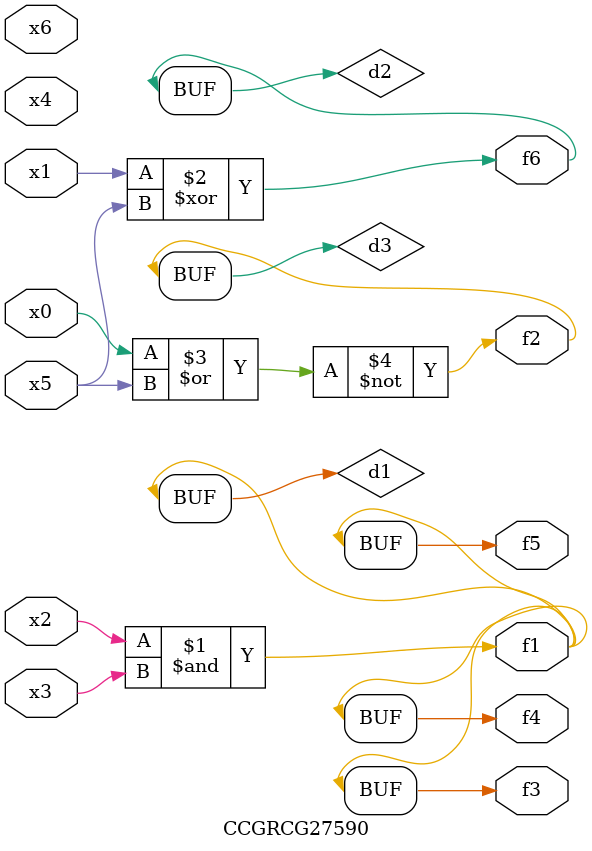
<source format=v>
module CCGRCG27590(
	input x0, x1, x2, x3, x4, x5, x6,
	output f1, f2, f3, f4, f5, f6
);

	wire d1, d2, d3;

	and (d1, x2, x3);
	xor (d2, x1, x5);
	nor (d3, x0, x5);
	assign f1 = d1;
	assign f2 = d3;
	assign f3 = d1;
	assign f4 = d1;
	assign f5 = d1;
	assign f6 = d2;
endmodule

</source>
